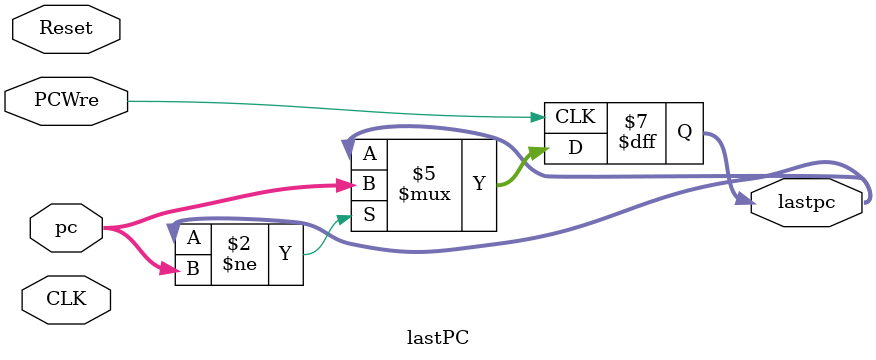
<source format=v>
`timescale 1ns / 1ps


module lastPC(
    input CLK, Reset, PCWre, 
    input [31:0] pc,
    output reg [31:0] lastpc
    );  
    initial begin 
        lastpc = 0;
    end
    
    always @(posedge PCWre) begin
        if(lastpc != pc) begin
            lastpc = pc;
        end
    end
endmodule

</source>
